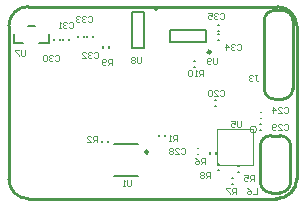
<source format=gbo>
G04*
G04 #@! TF.GenerationSoftware,Altium Limited,Altium Designer,21.3.2 (30)*
G04*
G04 Layer_Color=32896*
%FSLAX25Y25*%
%MOIN*%
G70*
G04*
G04 #@! TF.SameCoordinates,A34A3340-7ABE-472C-AE94-605A2DEBF9E2*
G04*
G04*
G04 #@! TF.FilePolarity,Positive*
G04*
G01*
G75*
%ADD10C,0.00984*%
%ADD11C,0.00600*%
%ADD12C,0.01000*%
%ADD13C,0.00787*%
%ADD17C,0.00200*%
%ADD54C,0.00400*%
D10*
X67279Y48900D02*
G03*
X67279Y48900I-492J0D01*
G01*
X46480Y15559D02*
G03*
X46480Y15559I-492J0D01*
G01*
X49492Y63445D02*
G03*
X49492Y63445I-492J0D01*
G01*
D11*
X17000Y52953D02*
Y53110D01*
X15000Y52953D02*
Y53110D01*
X50000Y20719D02*
Y21218D01*
X52000Y20719D02*
Y21218D01*
X83921Y27000D02*
X84079D01*
X83921Y29000D02*
X84079D01*
X83890Y23000D02*
X84047D01*
X83890Y25000D02*
X84047D01*
X62953Y15000D02*
X63110D01*
X62953Y17000D02*
X63110D01*
X69718Y9500D02*
X70218D01*
X69718Y11500D02*
X70218D01*
X76278Y11032D02*
X76778D01*
X76278Y9031D02*
X76778D01*
X20000Y52953D02*
Y53110D01*
X18000Y52953D02*
Y53110D01*
X69890Y53000D02*
X70047D01*
X69890Y55000D02*
X70047D01*
X69890Y56000D02*
X70047D01*
X69890Y58000D02*
X70047D01*
X61718Y44000D02*
X62218D01*
X61718Y46000D02*
X62218D01*
X74382Y7000D02*
X74882D01*
X74382Y5000D02*
X74882D01*
X69100Y14981D02*
Y15482D01*
X67100Y14981D02*
Y15482D01*
X31520Y50301D02*
Y50801D01*
X33520Y50301D02*
Y50801D01*
X26000Y53953D02*
Y54110D01*
X28000Y53953D02*
Y54110D01*
X25000Y53953D02*
Y54110D01*
X23000Y53953D02*
Y54110D01*
X68890Y33000D02*
X69047D01*
X68890Y31000D02*
X69047D01*
X31000Y18781D02*
Y19282D01*
X33000Y18781D02*
Y19282D01*
D12*
X85176Y36529D02*
G03*
X88508Y33197I3332J0D01*
G01*
X91292D02*
G03*
X94624Y36529I0J3332D01*
G01*
Y59392D02*
G03*
X91292Y62724I-3332J0D01*
G01*
X88508D02*
G03*
X85176Y59392I0J-3332D01*
G01*
X87314Y21000D02*
G03*
X83900Y17586I0J-3414D01*
G01*
X93900D02*
G03*
X90486Y21000I-3414J0D01*
G01*
Y2000D02*
G03*
X93900Y5414I0J3414D01*
G01*
X83900D02*
G03*
X87314Y2000I3414J0D01*
G01*
X96000Y57551D02*
G03*
X89551Y64000I-6449J0D01*
G01*
X6449D02*
G03*
X0Y57551I0J-6449D01*
G01*
X89172Y0D02*
G03*
X96000Y6828I0J6828D01*
G01*
X0Y6449D02*
G03*
X6449Y0I6449J0D01*
G01*
X88508Y33197D02*
X91292D01*
X85176Y36529D02*
Y59392D01*
X88508Y62724D02*
X91292D01*
X94624Y36529D02*
Y59392D01*
X93900Y5414D02*
Y17586D01*
X87314Y21000D02*
X90486D01*
X83900Y5414D02*
Y17586D01*
X87314Y2000D02*
X90486D01*
X96000Y6828D02*
Y57551D01*
X0Y6449D02*
Y7450D01*
X6449Y0D02*
X7450D01*
X6449Y64000D02*
X89551D01*
X0Y7450D02*
Y57551D01*
X7450Y0D02*
X89172D01*
X89551D02*
G03*
X96000Y6449I0J6449D01*
G01*
X96005Y57559D02*
G03*
X96000Y57554I0J-5D01*
G01*
X96005Y57559D02*
G03*
X89555Y64008I-6449J0D01*
G01*
X6449Y64000D02*
G03*
X0Y57551I0J-6449D01*
G01*
Y6449D02*
G03*
X6449Y0I6449J0D01*
G01*
X96000Y6449D02*
Y57554D01*
X0Y6449D02*
Y57551D01*
X6449Y0D02*
X89551D01*
X6449Y64000D02*
X89555Y64000D01*
D13*
X53598Y56282D02*
X65802D01*
X53598Y52345D02*
X65802D01*
X53598D02*
Y56282D01*
X65802Y52345D02*
Y56282D01*
X35063Y18315D02*
X42937D01*
X35063Y7685D02*
X42937D01*
X1576Y51910D02*
Y54765D01*
X10217Y51910D02*
X13544D01*
X1576D02*
X4902D01*
X13544D02*
Y54765D01*
X6477Y57422D02*
X8642D01*
X41224Y50157D02*
Y62362D01*
X45161Y50157D02*
Y62362D01*
X41224Y50157D02*
X45161D01*
X41224Y62362D02*
X45161D01*
D17*
X82766Y3600D02*
Y1600D01*
X81433D01*
X79434Y3600D02*
X80100Y3266D01*
X80767Y2600D01*
Y1934D01*
X80433Y1600D01*
X79767D01*
X79434Y1934D01*
Y2267D01*
X79767Y2600D01*
X80767D01*
X77466Y26000D02*
Y24334D01*
X77133Y24000D01*
X76466D01*
X76133Y24334D01*
Y26000D01*
X74134D02*
X75467D01*
Y25000D01*
X74800Y25333D01*
X74467D01*
X74134Y25000D01*
Y24334D01*
X74467Y24000D01*
X75134D01*
X75467Y24334D01*
X67066Y6800D02*
Y8800D01*
X66066D01*
X65733Y8467D01*
Y7800D01*
X66066Y7467D01*
X67066D01*
X66400D02*
X65733Y6800D01*
X65067Y8467D02*
X64733Y8800D01*
X64067D01*
X63734Y8467D01*
Y8133D01*
X64067Y7800D01*
X63734Y7467D01*
Y7134D01*
X64067Y6800D01*
X64733D01*
X65067Y7134D01*
Y7467D01*
X64733Y7800D01*
X65067Y8133D01*
Y8467D01*
X64733Y7800D02*
X64067D01*
X57333Y16466D02*
X57666Y16800D01*
X58333D01*
X58666Y16466D01*
Y15134D01*
X58333Y14800D01*
X57666D01*
X57333Y15134D01*
X55334Y14800D02*
X56666D01*
X55334Y16133D01*
Y16466D01*
X55667Y16800D01*
X56333D01*
X56666Y16466D01*
X54667D02*
X54334Y16800D01*
X53667D01*
X53334Y16466D01*
Y16133D01*
X53667Y15800D01*
X53334Y15467D01*
Y15134D01*
X53667Y14800D01*
X54334D01*
X54667Y15134D01*
Y15467D01*
X54334Y15800D01*
X54667Y16133D01*
Y16466D01*
X54334Y15800D02*
X53667D01*
X91733Y24466D02*
X92066Y24800D01*
X92733D01*
X93066Y24466D01*
Y23134D01*
X92733Y22800D01*
X92066D01*
X91733Y23134D01*
X89734Y22800D02*
X91066D01*
X89734Y24133D01*
Y24466D01*
X90067Y24800D01*
X90733D01*
X91066Y24466D01*
X89067Y23134D02*
X88734Y22800D01*
X88067D01*
X87734Y23134D01*
Y24466D01*
X88067Y24800D01*
X88734D01*
X89067Y24466D01*
Y24133D01*
X88734Y23800D01*
X87734D01*
X91633Y30066D02*
X91966Y30400D01*
X92633D01*
X92966Y30066D01*
Y28734D01*
X92633Y28400D01*
X91966D01*
X91633Y28734D01*
X89634Y28400D02*
X90966D01*
X89634Y29733D01*
Y30066D01*
X89967Y30400D01*
X90633D01*
X90966Y30066D01*
X87967Y28400D02*
Y30400D01*
X88967Y29400D01*
X87634D01*
X75866Y1500D02*
Y3500D01*
X74866D01*
X74533Y3167D01*
Y2500D01*
X74866Y2167D01*
X75866D01*
X75200D02*
X74533Y1500D01*
X73867Y3500D02*
X72534D01*
Y3167D01*
X73867Y1834D01*
Y1500D01*
X65566Y11700D02*
Y13700D01*
X64566D01*
X64233Y13366D01*
Y12700D01*
X64566Y12367D01*
X65566D01*
X64900D02*
X64233Y11700D01*
X62234Y13700D02*
X62900Y13366D01*
X63567Y12700D01*
Y12034D01*
X63234Y11700D01*
X62567D01*
X62234Y12034D01*
Y12367D01*
X62567Y12700D01*
X63567D01*
X81666Y6000D02*
Y8000D01*
X80666D01*
X80333Y7666D01*
Y7000D01*
X80666Y6667D01*
X81666D01*
X81000D02*
X80333Y6000D01*
X78334Y8000D02*
X79667D01*
Y7000D01*
X79000Y7333D01*
X78667D01*
X78334Y7000D01*
Y6334D01*
X78667Y6000D01*
X79334D01*
X79667Y6334D01*
X29566Y19000D02*
Y21000D01*
X28566D01*
X28233Y20666D01*
Y20000D01*
X28566Y19667D01*
X29566D01*
X28900D02*
X28233Y19000D01*
X26234D02*
X27567D01*
X26234Y20333D01*
Y20666D01*
X26567Y21000D01*
X27233D01*
X27567Y20666D01*
X40733Y6100D02*
Y4434D01*
X40400Y4100D01*
X39733D01*
X39400Y4434D01*
Y6100D01*
X38734Y4100D02*
X38067D01*
X38400D01*
Y6100D01*
X38734Y5767D01*
X55933Y19200D02*
Y21200D01*
X54933D01*
X54600Y20866D01*
Y20200D01*
X54933Y19867D01*
X55933D01*
X55266D02*
X54600Y19200D01*
X53934D02*
X53267D01*
X53600D01*
Y21200D01*
X53934Y20866D01*
X69266Y47000D02*
Y45334D01*
X68933Y45000D01*
X68266D01*
X67933Y45334D01*
Y47000D01*
X67267Y45334D02*
X66934Y45000D01*
X66267D01*
X65934Y45334D01*
Y46666D01*
X66267Y47000D01*
X66934D01*
X67267Y46666D01*
Y46333D01*
X66934Y46000D01*
X65934D01*
X70533Y61466D02*
X70866Y61800D01*
X71533D01*
X71866Y61466D01*
Y60134D01*
X71533Y59800D01*
X70866D01*
X70533Y60134D01*
X69866Y61466D02*
X69533Y61800D01*
X68867D01*
X68534Y61466D01*
Y61133D01*
X68867Y60800D01*
X69200D01*
X68867D01*
X68534Y60467D01*
Y60134D01*
X68867Y59800D01*
X69533D01*
X69866Y60134D01*
X66534Y61800D02*
X67867D01*
Y60800D01*
X67201Y61133D01*
X66867D01*
X66534Y60800D01*
Y60134D01*
X66867Y59800D01*
X67534D01*
X67867Y60134D01*
X75933Y51166D02*
X76266Y51500D01*
X76933D01*
X77266Y51166D01*
Y49834D01*
X76933Y49500D01*
X76266D01*
X75933Y49834D01*
X75266Y51166D02*
X74933Y51500D01*
X74267D01*
X73934Y51166D01*
Y50833D01*
X74267Y50500D01*
X74600D01*
X74267D01*
X73934Y50167D01*
Y49834D01*
X74267Y49500D01*
X74933D01*
X75266Y49834D01*
X72267Y49500D02*
Y51500D01*
X73267Y50500D01*
X71934D01*
X20000Y58666D02*
X20333Y59000D01*
X20999D01*
X21333Y58666D01*
Y57334D01*
X20999Y57000D01*
X20333D01*
X20000Y57334D01*
X19333Y58666D02*
X19000Y59000D01*
X18334D01*
X18000Y58666D01*
Y58333D01*
X18334Y58000D01*
X18667D01*
X18334D01*
X18000Y57667D01*
Y57334D01*
X18334Y57000D01*
X19000D01*
X19333Y57334D01*
X17334Y57000D02*
X16667D01*
X17001D01*
Y59000D01*
X17334Y58666D01*
X15333Y47666D02*
X15666Y48000D01*
X16333D01*
X16666Y47666D01*
Y46334D01*
X16333Y46000D01*
X15666D01*
X15333Y46334D01*
X14667Y47666D02*
X14333Y48000D01*
X13667D01*
X13333Y47666D01*
Y47333D01*
X13667Y47000D01*
X14000D01*
X13667D01*
X13333Y46667D01*
Y46334D01*
X13667Y46000D01*
X14333D01*
X14667Y46334D01*
X12667Y47666D02*
X12334Y48000D01*
X11667D01*
X11334Y47666D01*
Y46334D01*
X11667Y46000D01*
X12334D01*
X12667Y46334D01*
Y47666D01*
X26333Y60667D02*
X26666Y61000D01*
X27333D01*
X27666Y60667D01*
Y59334D01*
X27333Y59000D01*
X26666D01*
X26333Y59334D01*
X25666Y60667D02*
X25333Y61000D01*
X24667D01*
X24333Y60667D01*
Y60333D01*
X24667Y60000D01*
X25000D01*
X24667D01*
X24333Y59667D01*
Y59334D01*
X24667Y59000D01*
X25333D01*
X25666Y59334D01*
X23667Y60667D02*
X23334Y61000D01*
X22667D01*
X22334Y60667D01*
Y60333D01*
X22667Y60000D01*
X23001D01*
X22667D01*
X22334Y59667D01*
Y59334D01*
X22667Y59000D01*
X23334D01*
X23667Y59334D01*
X28333Y48667D02*
X28666Y49000D01*
X29333D01*
X29666Y48667D01*
Y47334D01*
X29333Y47000D01*
X28666D01*
X28333Y47334D01*
X27666Y48667D02*
X27333Y49000D01*
X26667D01*
X26334Y48667D01*
Y48333D01*
X26667Y48000D01*
X27000D01*
X26667D01*
X26334Y47667D01*
Y47334D01*
X26667Y47000D01*
X27333D01*
X27666Y47334D01*
X24334Y47000D02*
X25667D01*
X24334Y48333D01*
Y48667D01*
X24667Y49000D01*
X25334D01*
X25667Y48667D01*
X5466Y49400D02*
Y47734D01*
X5133Y47400D01*
X4466D01*
X4133Y47734D01*
Y49400D01*
X3467D02*
X2134D01*
Y49066D01*
X3467Y47734D01*
Y47400D01*
X44166Y47100D02*
Y45434D01*
X43833Y45100D01*
X43166D01*
X42833Y45434D01*
Y47100D01*
X42167Y46766D02*
X41833Y47100D01*
X41167D01*
X40834Y46766D01*
Y46433D01*
X41167Y46100D01*
X40834Y45767D01*
Y45434D01*
X41167Y45100D01*
X41833D01*
X42167Y45434D01*
Y45767D01*
X41833Y46100D01*
X42167Y46433D01*
Y46766D01*
X41833Y46100D02*
X41167D01*
X64799Y40900D02*
Y42900D01*
X63800D01*
X63466Y42566D01*
Y41900D01*
X63800Y41567D01*
X64799D01*
X64133D02*
X63466Y40900D01*
X62800D02*
X62133D01*
X62467D01*
Y42900D01*
X62800Y42566D01*
X61134D02*
X60800Y42900D01*
X60134D01*
X59801Y42566D01*
Y41234D01*
X60134Y40900D01*
X60800D01*
X61134Y41234D01*
Y42566D01*
X34366Y44500D02*
Y46500D01*
X33366D01*
X33033Y46167D01*
Y45500D01*
X33366Y45167D01*
X34366D01*
X33700D02*
X33033Y44500D01*
X32367Y44834D02*
X32034Y44500D01*
X31367D01*
X31034Y44834D01*
Y46167D01*
X31367Y46500D01*
X32034D01*
X32367Y46167D01*
Y45833D01*
X32034Y45500D01*
X31034D01*
X82233Y41100D02*
X82900D01*
X82566D01*
Y39434D01*
X82900Y39100D01*
X83233D01*
X83566Y39434D01*
X81567Y40767D02*
X81234Y41100D01*
X80567D01*
X80234Y40767D01*
Y40433D01*
X80567Y40100D01*
X80900D01*
X80567D01*
X80234Y39767D01*
Y39434D01*
X80567Y39100D01*
X81234D01*
X81567Y39434D01*
X70533Y35967D02*
X70866Y36300D01*
X71533D01*
X71866Y35967D01*
Y34634D01*
X71533Y34300D01*
X70866D01*
X70533Y34634D01*
X68534Y34300D02*
X69866D01*
X68534Y35633D01*
Y35967D01*
X68867Y36300D01*
X69533D01*
X69866Y35967D01*
X67867D02*
X67534Y36300D01*
X66867D01*
X66534Y35967D01*
Y34634D01*
X66867Y34300D01*
X67534D01*
X67867Y34634D01*
Y35967D01*
D54*
X82661Y23047D02*
G03*
X82661Y23047I-1118J0D01*
G01*
X81543Y11047D02*
Y23047D01*
X69543Y11047D02*
Y23047D01*
X81543D01*
X69543Y11047D02*
X81543D01*
M02*

</source>
